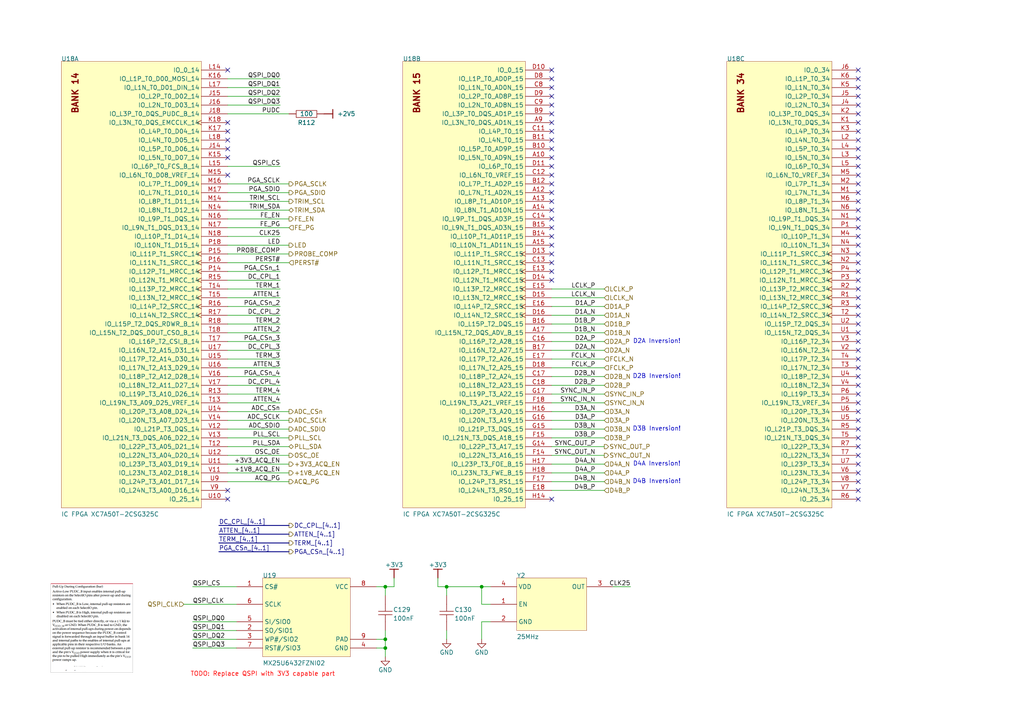
<source format=kicad_sch>
(kicad_sch (version 20241004) (generator "eeschema") (generator_version "8.99")
  (paper "A4")
  (title_block (title "ThunderScope") (rev "5") (company "EEVengers"))
  (text "D3B Inversion!" (at 190.5 124.46 0) (effects (font (size 1.27 1.27))))
  (text "D2A Inversion!" (at 190.5 99.06 0) (effects (font (size 1.27 1.27))))
  (text "D4A Inversion!" (at 190.5 134.62 0) (effects (font (size 1.27 1.27))))
  (text "D2B Inversion!" (at 190.5 109.22 0) (effects (font (size 1.27 1.27))))
  (text "TODO: Replace QSPI with 3V3 capable part" (at 76.2 195.58 0) (effects (font (size 1.27 1.27))))
  (text "D4B Inversion!" (at 190.5 139.7 0) (effects (font (size 1.27 1.27))))
  (junction (at 111.76 187.96))
  (junction (at 111.76 170.18))
  (junction (at 129.54 170.18))
  (junction (at 111.76 185.42))
  (junction (at 139.7 170.18))
  (no_connect (at 248.92 45.72))
  (no_connect (at 248.92 91.44))
  (no_connect (at 248.92 86.36))
  (no_connect (at 248.92 73.66))
  (no_connect (at 248.92 58.42))
  (no_connect (at 248.92 114.3))
  (no_connect (at 248.92 109.22))
  (no_connect (at 248.92 50.8))
  (no_connect (at 160.02 40.64))
  (no_connect (at 160.02 63.5))
  (no_connect (at 160.02 30.48))
  (no_connect (at 66.04 38.1))
  (no_connect (at 248.92 71.12))
  (no_connect (at 160.02 81.28))
  (no_connect (at 160.02 53.34))
  (no_connect (at 248.92 139.7))
  (no_connect (at 160.02 25.4))
  (no_connect (at 66.04 43.18))
  (no_connect (at 248.92 99.06))
  (no_connect (at 66.04 50.8))
  (no_connect (at 248.92 121.92))
  (no_connect (at 248.92 55.88))
  (no_connect (at 248.92 40.64))
  (no_connect (at 248.92 63.5))
  (no_connect (at 248.92 68.58))
  (no_connect (at 248.92 48.26))
  (no_connect (at 160.02 45.72))
  (no_connect (at 248.92 81.28))
  (no_connect (at 160.02 48.26))
  (no_connect (at 160.02 55.88))
  (no_connect (at 248.92 124.46))
  (no_connect (at 248.92 53.34))
  (no_connect (at 160.02 33.02))
  (no_connect (at 160.02 68.58))
  (no_connect (at 160.02 78.74))
  (no_connect (at 248.92 83.82))
  (no_connect (at 66.04 40.64))
  (no_connect (at 66.04 35.56))
  (no_connect (at 248.92 27.94))
  (no_connect (at 248.92 106.68))
  (no_connect (at 248.92 137.16))
  (no_connect (at 160.02 76.2))
  (no_connect (at 160.02 60.96))
  (no_connect (at 248.92 78.74))
  (no_connect (at 248.92 93.98))
  (no_connect (at 248.92 60.96))
  (no_connect (at 248.92 30.48))
  (no_connect (at 248.92 101.6))
  (no_connect (at 160.02 144.78))
  (no_connect (at 160.02 22.86))
  (no_connect (at 160.02 20.32))
  (no_connect (at 248.92 35.56))
  (no_connect (at 160.02 66.04))
  (no_connect (at 66.04 142.24))
  (no_connect (at 160.02 35.56))
  (no_connect (at 248.92 38.1))
  (no_connect (at 160.02 58.42))
  (no_connect (at 160.02 43.18))
  (no_connect (at 248.92 132.08))
  (no_connect (at 160.02 38.1))
  (no_connect (at 248.92 116.84))
  (no_connect (at 248.92 22.86))
  (no_connect (at 248.92 76.2))
  (no_connect (at 248.92 88.9))
  (no_connect (at 248.92 43.18))
  (no_connect (at 66.04 20.32))
  (no_connect (at 248.92 66.04))
  (no_connect (at 248.92 33.02))
  (no_connect (at 248.92 127))
  (no_connect (at 160.02 50.8))
  (no_connect (at 248.92 25.4))
  (no_connect (at 160.02 27.94))
  (no_connect (at 160.02 71.12))
  (no_connect (at 66.04 144.78))
  (no_connect (at 248.92 104.14))
  (no_connect (at 66.04 45.72))
  (no_connect (at 248.92 119.38))
  (no_connect (at 248.92 20.32))
  (no_connect (at 248.92 142.24))
  (no_connect (at 248.92 134.62))
  (no_connect (at 248.92 96.52))
  (no_connect (at 248.92 144.78))
  (no_connect (at 248.92 129.54))
  (no_connect (at 160.02 73.66))
  (no_connect (at 248.92 111.76))
  (wire (pts (xy 66.04 121.92) (xy 83.82 121.92)))
  (wire (pts (xy 66.04 129.54) (xy 83.82 129.54)))
  (wire (pts (xy 66.04 66.04) (xy 83.82 66.04)))
  (wire (pts (xy 66.04 78.74) (xy 81.28 78.74)))
  (wire (pts (xy 139.7 185.42) (xy 139.7 180.34)))
  (wire (pts (xy 175.26 109.22) (xy 160.02 109.22)))
  (wire (pts (xy 66.04 63.5) (xy 83.82 63.5)))
  (wire (pts (xy 175.26 142.24) (xy 160.02 142.24)))
  (wire (pts (xy 66.04 104.14) (xy 81.28 104.14)))
  (wire (pts (xy 55.88 182.88) (xy 68.58 182.88)))
  (wire (pts (xy 66.04 76.2) (xy 83.82 76.2)))
  (wire (pts (xy 175.26 104.14) (xy 160.02 104.14)))
  (wire (pts (xy 175.26 99.06) (xy 160.02 99.06)))
  (bus (pts (xy 83.82 152.4) (xy 63.5 152.4)) (stroke (width 0.254)))
  (wire (pts (xy 66.04 124.46) (xy 83.82 124.46)))
  (wire (pts (xy 139.7 170.18) (xy 129.54 170.18)))
  (wire (pts (xy 55.88 180.34) (xy 68.58 180.34)))
  (wire (pts (xy 66.04 111.76) (xy 81.28 111.76)))
  (wire (pts (xy 175.26 127) (xy 160.02 127)))
  (wire (pts (xy 175.26 91.44) (xy 160.02 91.44)))
  (wire (pts (xy 66.04 68.58) (xy 81.28 68.58)))
  (wire (pts (xy 66.04 116.84) (xy 81.28 116.84)))
  (wire (pts (xy 66.04 60.96) (xy 83.82 60.96)))
  (wire (pts (xy 127 170.18) (xy 129.54 170.18)))
  (wire (pts (xy 160.02 116.84) (xy 175.26 116.84)))
  (wire (pts (xy 66.04 55.88) (xy 83.82 55.88)))
  (wire (pts (xy 109.22 187.96) (xy 111.76 187.96)))
  (wire (pts (xy 66.04 58.42) (xy 83.82 58.42)))
  (wire (pts (xy 66.04 106.68) (xy 81.28 106.68)))
  (wire (pts (xy 66.04 101.6) (xy 81.28 101.6)))
  (wire (pts (xy 55.88 170.18) (xy 68.58 170.18)))
  (wire (pts (xy 139.7 180.34) (xy 142.24 180.34)))
  (wire (pts (xy 55.88 185.42) (xy 68.58 185.42)))
  (wire (pts (xy 175.26 88.9) (xy 160.02 88.9)))
  (wire (pts (xy 160.02 114.3) (xy 175.26 114.3)))
  (wire (pts (xy 127 167.64) (xy 127 170.18)))
  (wire (pts (xy 66.04 114.3) (xy 81.28 114.3)))
  (wire (pts (xy 66.04 119.38) (xy 83.82 119.38)))
  (wire (pts (xy 66.04 91.44) (xy 81.28 91.44)))
  (wire (pts (xy 66.04 99.06) (xy 81.28 99.06)))
  (wire (pts (xy 111.76 170.18) (xy 114.3 170.18)))
  (wire (pts (xy 66.04 96.52) (xy 81.28 96.52)))
  (bus (pts (xy 83.82 160.02) (xy 63.5 160.02)) (stroke (width 0.254)))
  (wire (pts (xy 66.04 109.22) (xy 81.28 109.22)))
  (wire (pts (xy 175.26 139.7) (xy 160.02 139.7)))
  (wire (pts (xy 177.8 170.18) (xy 182.88 170.18)))
  (wire (pts (xy 175.26 124.46) (xy 160.02 124.46)))
  (wire (pts (xy 111.76 182.88) (xy 111.76 185.42)))
  (wire (pts (xy 66.04 73.66) (xy 83.82 73.66)))
  (wire (pts (xy 175.26 106.68) (xy 160.02 106.68)))
  (wire (pts (xy 66.04 127) (xy 83.82 127)))
  (wire (pts (xy 66.04 88.9) (xy 81.28 88.9)))
  (wire (pts (xy 68.58 175.26) (xy 53.34 175.26)))
  (wire (pts (xy 109.22 185.42) (xy 111.76 185.42)))
  (wire (pts (xy 55.88 187.96) (xy 68.58 187.96)))
  (wire (pts (xy 129.54 185.42) (xy 129.54 182.88)))
  (wire (pts (xy 66.04 22.86) (xy 81.28 22.86)))
  (wire (pts (xy 142.24 170.18) (xy 139.7 170.18)))
  (wire (pts (xy 139.7 175.26) (xy 139.7 170.18)))
  (wire (pts (xy 175.26 101.6) (xy 160.02 101.6)))
  (wire (pts (xy 66.04 93.98) (xy 81.28 93.98)))
  (wire (pts (xy 66.04 33.02) (xy 83.82 33.02)))
  (wire (pts (xy 114.3 170.18) (xy 114.3 167.64)))
  (wire (pts (xy 111.76 185.42) (xy 111.76 187.96)))
  (wire (pts (xy 175.26 83.82) (xy 160.02 83.82)))
  (wire (pts (xy 175.26 119.38) (xy 160.02 119.38)))
  (wire (pts (xy 175.26 96.52) (xy 160.02 96.52)))
  (wire (pts (xy 175.26 86.36) (xy 160.02 86.36)))
  (wire (pts (xy 111.76 172.72) (xy 111.76 170.18)))
  (wire (pts (xy 66.04 132.08) (xy 83.82 132.08)))
  (wire (pts (xy 111.76 187.96) (xy 111.76 190.5)))
  (wire (pts (xy 175.26 134.62) (xy 160.02 134.62)))
  (wire (pts (xy 175.26 111.76) (xy 160.02 111.76)))
  (wire (pts (xy 66.04 71.12) (xy 83.82 71.12)))
  (wire (pts (xy 66.04 27.94) (xy 81.28 27.94)))
  (wire (pts (xy 160.02 129.54) (xy 175.26 129.54)))
  (bus (pts (xy 83.82 157.48) (xy 63.5 157.48)) (stroke (width 0.254)))
  (wire (pts (xy 175.26 137.16) (xy 160.02 137.16)))
  (wire (pts (xy 109.22 170.18) (xy 111.76 170.18)))
  (wire (pts (xy 66.04 137.16) (xy 83.82 137.16)))
  (wire (pts (xy 66.04 30.48) (xy 81.28 30.48)))
  (wire (pts (xy 66.04 53.34) (xy 83.82 53.34)))
  (wire (pts (xy 66.04 81.28) (xy 81.28 81.28)))
  (wire (pts (xy 66.04 139.7) (xy 83.82 139.7)))
  (wire (pts (xy 175.26 121.92) (xy 160.02 121.92)))
  (wire (pts (xy 66.04 25.4) (xy 81.28 25.4)))
  (wire (pts (xy 66.04 83.82) (xy 81.28 83.82)))
  (wire (pts (xy 160.02 132.08) (xy 175.26 132.08)))
  (wire (pts (xy 66.04 134.62) (xy 83.82 134.62)))
  (wire (pts (xy 142.24 175.26) (xy 139.7 175.26)))
  (wire (pts (xy 66.04 86.36) (xy 81.28 86.36)))
  (wire (pts (xy 175.26 93.98) (xy 160.02 93.98)))
  (wire (pts (xy 66.04 48.26) (xy 81.28 48.26)))
  (bus (pts (xy 83.82 154.94) (xy 63.5 154.94)) (stroke (width 0.254)))
  (wire (pts (xy 129.54 170.18) (xy 129.54 172.72)))
  (image (at 26.67 182.1757) (scale 0.21625))
  (label "D3B_P" (at 172.72 127 180))
  (label "ATTEN_2" (at 81.28 96.52 180))
  (label "+3V3_ACQ_EN" (at 81.28 134.62 180))
  (label "PUDC" (at 81.28 33.02 180))
  (label "CLK25" (at 81.28 68.58 180))
  (label "QSPI_CS" (at 81.28 48.26 180))
  (label "TRIM_SDA" (at 81.28 60.96 180))
  (label "ATTEN_3" (at 81.28 106.68 180))
  (label "QSPI_CLK" (at 55.88 175.26 0))
  (label "LED" (at 81.28 71.12 180))
  (label "DC_CPL_1" (at 81.28 81.28 180))
  (label "PGA_CSn_3" (at 81.28 99.06 180))
  (label "ATTEN_[4..1]" (at 63.5 154.94 0))
  (label "D4B_P" (at 172.72 142.24 180))
  (label "LCLK_P" (at 172.72 83.82 180))
  (label "TERM_[4..1]" (at 63.5 157.48 0))
  (label "QSPI_DQ0" (at 81.28 22.86 180))
  (label "D2B_P" (at 172.72 111.76 180))
  (label "D2A_P" (at 172.72 99.06 180))
  (label "PGA_CSn_2" (at 81.28 88.9 180))
  (label "TERM_4" (at 81.28 114.3 180))
  (label "QSPI_DQ3" (at 55.88 187.96 0))
  (label "QSPI_DQ1" (at 55.88 182.88 0))
  (label "TRIM_SCL" (at 81.28 58.42 180))
  (label "D3A_N" (at 172.72 119.38 180))
  (label "D4A_P" (at 172.72 137.16 180))
  (label "ADC_SDIO" (at 81.28 124.46 180))
  (label "D4A_N" (at 172.72 134.62 180))
  (label "SYNC_OUT_N" (at 172.72 132.08 180))
  (label "FCLK_P" (at 172.72 106.68 180))
  (label "DC_CPL_[4..1]" (at 63.5 152.4 0))
  (label "D3A_P" (at 172.72 121.92 180))
  (label "PGA_CSn_[4..1]" (at 63.5 160.02 0))
  (label "FCLK_N" (at 172.72 104.14 180))
  (label "TERM_1" (at 81.28 83.82 180))
  (label "SYNC_OUT_P" (at 172.72 129.54 180))
  (label "PERST#" (at 81.28 76.2 180))
  (label "TERM_3" (at 81.28 104.14 180))
  (label "D2A_N" (at 172.72 101.6 180))
  (label "QSPI_DQ1" (at 81.28 25.4 180))
  (label "D3B_N" (at 172.72 124.46 180))
  (label "SYNC_IN_P" (at 172.72 114.3 180))
  (label "ACQ_PG" (at 81.28 139.7 180))
  (label "DC_CPL_2" (at 81.28 91.44 180))
  (label "D1A_P" (at 172.72 88.9 180))
  (label "LCLK_N" (at 172.72 86.36 180))
  (label "TERM_2" (at 81.28 93.98 180))
  (label "PLL_SDA" (at 81.28 129.54 180))
  (label "ADC_CSn" (at 81.28 119.38 180))
  (label "ATTEN_4" (at 81.28 116.84 180))
  (label "ATTEN_1" (at 81.28 86.36 180))
  (label "FE_EN" (at 81.28 63.5 180))
  (label "DC_CPL_3" (at 81.28 101.6 180))
  (label "D4B_N" (at 172.72 139.7 180))
  (label "OSC_OE" (at 81.28 132.08 180))
  (label "QSPI_DQ2" (at 55.88 185.42 0))
  (label "DC_CPL_4" (at 81.28 111.76 180))
  (label "PGA_SDIO" (at 81.28 55.88 180))
  (label "PGA_SCLK" (at 81.28 53.34 180))
  (label "SYNC_IN_N" (at 172.72 116.84 180))
  (label "PROBE_COMP" (at 81.28 73.66 180))
  (label "PLL_SCL" (at 81.28 127 180))
  (label "QSPI_CS" (at 55.88 170.18 0))
  (label "D1A_N" (at 172.72 91.44 180))
  (label "D2B_N" (at 172.72 109.22 180))
  (label "D1B_N" (at 172.72 96.52 180))
  (label "PGA_CSn_1" (at 81.28 78.74 180))
  (label "D1B_P" (at 172.72 93.98 180))
  (label "FE_PG" (at 81.28 66.04 180))
  (label "QSPI_DQ2" (at 81.28 27.94 180))
  (label "QSPI_DQ0" (at 55.88 180.34 0))
  (label "PGA_CSn_4" (at 81.28 109.22 180))
  (label "ADC_SCLK" (at 81.28 121.92 180))
  (label "CLK25" (at 182.88 170.18 180))
  (label "QSPI_DQ3" (at 81.28 30.48 180))
  (label "+1V8_ACQ_EN" (at 81.28 137.16 180))
  (hierarchical_label "PROBE_COMP" (shape output) (at 83.82 73.66 0))
  (hierarchical_label "D3A_P" (shape input) (at 175.26 121.92 0))
  (hierarchical_label "LED" (shape output) (at 83.82 71.12 0))
  (hierarchical_label "TRIM_SDA" (shape bidirectional) (at 83.82 60.96 0))
  (hierarchical_label "D2B_N" (shape input) (at 175.26 109.22 0))
  (hierarchical_label "D1A_N" (shape input) (at 175.26 91.44 0))
  (hierarchical_label "PLL_SCL" (shape output) (at 83.82 127 0))
  (hierarchical_label "D4B_N" (shape input) (at 175.26 139.7 0))
  (hierarchical_label "ADC_CSn" (shape output) (at 83.82 119.38 0))
  (hierarchical_label "D2A_N" (shape input) (at 175.26 101.6 0))
  (hierarchical_label "QSPI_CLK" (shape input) (at 53.34 175.26 180))
  (hierarchical_label "FCLK_P" (shape input) (at 175.26 106.68 0))
  (hierarchical_label "D4B_P" (shape input) (at 175.26 142.24 0))
  (hierarchical_label "ADC_SCLK" (shape output) (at 83.82 121.92 0))
  (hierarchical_label "FCLK_N" (shape input) (at 175.26 104.14 0))
  (hierarchical_label "ADC_SDIO" (shape output) (at 83.82 124.46 0))
  (hierarchical_label "D1A_P" (shape input) (at 175.26 88.9 0))
  (hierarchical_label "PGA_SCLK" (shape output) (at 83.82 53.34 0))
  (hierarchical_label "SYNC_IN_N" (shape input) (at 175.26 116.84 0))
  (hierarchical_label "D3A_N" (shape input) (at 175.26 119.38 0))
  (hierarchical_label "D3B_N" (shape input) (at 175.26 124.46 0))
  (hierarchical_label "+3V3_ACQ_EN" (shape output) (at 83.82 134.62 0))
  (hierarchical_label "PGA_SDIO" (shape output) (at 83.82 55.88 0))
  (hierarchical_label "TRIM_SCL" (shape output) (at 83.82 58.42 0))
  (hierarchical_label "D4A_P" (shape input) (at 175.26 137.16 0))
  (hierarchical_label "D3B_P" (shape input) (at 175.26 127 0))
  (hierarchical_label "D4A_N" (shape input) (at 175.26 134.62 0))
  (hierarchical_label "SYNC_OUT_P" (shape output) (at 175.26 129.54 0))
  (hierarchical_label "PLL_SDA" (shape bidirectional) (at 83.82 129.54 0))
  (hierarchical_label "D2B_P" (shape input) (at 175.26 111.76 0))
  (hierarchical_label "FE_PG" (shape input) (at 83.82 66.04 0))
  (hierarchical_label "D1B_N" (shape input) (at 175.26 96.52 0))
  (hierarchical_label "D2A_P" (shape input) (at 175.26 99.06 0))
  (hierarchical_label "ATTEN_[4..1]" (shape output) (at 83.82 154.94 0))
  (hierarchical_label "TERM_[4..1]" (shape output) (at 83.82 157.48 0))
  (hierarchical_label "LCLK_P" (shape input) (at 175.26 83.82 0))
  (hierarchical_label "SYNC_IN_P" (shape input) (at 175.26 114.3 0))
  (hierarchical_label "PERST#" (shape input) (at 83.82 76.2 0))
  (hierarchical_label "+1V8_ACQ_EN" (shape output) (at 83.82 137.16 0))
  (hierarchical_label "SYNC_OUT_N" (shape output) (at 175.26 132.08 0))
  (hierarchical_label "DC_CPL_[4..1]" (shape output) (at 83.82 152.4 0))
  (hierarchical_label "OSC_OE" (shape output) (at 83.82 132.08 0))
  (hierarchical_label "FE_EN" (shape output) (at 83.82 63.5 0))
  (hierarchical_label "PGA_CSn_[4..1]" (shape output) (at 83.82 160.02 0))
  (hierarchical_label "LCLK_N" (shape input) (at 175.26 86.36 0))
  (hierarchical_label "ACQ_PG" (shape output) (at 83.82 139.7 0))
  (hierarchical_label "D1B_P" (shape input) (at 175.26 93.98 0))
  (symbol (lib_id "Thunderscope_Rev5:+3V3_IO_BAR") (at 114.3 167.64 180) (unit 1)
    (property "Reference" "#PWR0261" (effects (hide yes)))
    (property "Value" "+3V3" (at 114.3 163.83 0))
  )
  (symbol (lib_id "Thunderscope_Rev5:IC FPGA XC7A50T-2CSG325C") (at 116.84 17.78 0) (mirror y) (unit 2)
    (property "Reference" "U18" (at 116.84 17.78 0) (effects (justify right bottom)))
    (property "Value" "IC FPGA XC7A50T-2CSG325C" (at 116.84 149.86 0) (effects (justify right bottom)))
    (property "Footprint" "XILINX_XC7A50T-2CSG325C" (effects (hide yes)))
    (property "Description" "Artix-7 FPGA, 150 User I/Os, 4 GTP, 324-Ball BGA, Speed Grade 2, Commercial Grade, Pb-Free" (effects (hide yes)))
    (property "MANUFACTURER" "Xilinx" (effects (hide yes)))
    (property "HOUSE PART NUMBER" "XC7A50T-2CSG325C" (effects (hide yes)))
    (property "MANUFACTURER PART NUMBER" "XC7A50T-2CSG325C" (effects (hide yes)))
    (property "SUPPLIER 1" "Digi-Key" (effects (hide yes)))
    (property "SUPPLIER PART NUMBER 1" "122-2193-ND" (effects (hide yes)))
  )
  (symbol (lib_id "Thunderscope_Rev5:CAP 100nF 16V X7R 0402") (at 129.54 177.8 0) (unit 1)
    (property "Reference" "C130" (at 131.794 177.546 0) (effects (justify left bottom)))
    (property "Value" "${ALTIUM_VALUE}" (at 131.794 180.086 0) (effects (justify left bottom)))
    (property "Footprint" "GEN_C_0402" (effects (hide yes)))
    (property "PACKAGE" "0402" (effects (hide yes)))
    (property "VOLTAGE RATING" "16V" (effects (hide yes)))
    (property "SUPPLIER 1" "Mouser" (effects (hide yes)))
    (property "SUPPLIER PART NUMBER 1" "81-GCM155R71C104KA5D" (effects (hide yes)))
    (property "ALTIUM_VALUE" "100nF" (effects (hide yes)))
    (property "HOUSE PART NUMBER" "C-100nF-0402-002" (effects (hide yes)))
    (property "MANUFACTURER" "Murata" (effects (hide yes)))
    (property "MANUFACTURER PART NUMBER" "GCM155R71C104KA55D" (effects (hide yes)))
  )
  (symbol (lib_id "Thunderscope_Rev5:GND") (at 129.54 185.42 0) (unit 1)
    (property "Reference" "#PWR0499" (effects (hide yes)))
    (property "Value" "GND" (at 129.54 189.23 0))
    (property "Description" "Power symbol creates a global label with name \"GND\" , ground" (effects (hide yes)))
  )
  (symbol (lib_id "Thunderscope_Rev5:GND") (at 139.7 185.42 0) (unit 1)
    (property "Reference" "#PWR0500" (effects (hide yes)))
    (property "Value" "GND" (at 139.7 189.23 0))
    (property "Description" "Power symbol creates a global label with name \"GND\" , ground" (effects (hide yes)))
  )
  (symbol (lib_id "Thunderscope_Rev5:IC FPGA XC7A50T-2CSG325C") (at 17.78 17.78 0) (mirror y) (unit 1)
    (property "Reference" "U18" (at 17.78 17.78 0) (effects (justify right bottom)))
    (property "Value" "IC FPGA XC7A50T-2CSG325C" (at 17.78 149.86 0) (effects (justify right bottom)))
    (property "Footprint" "XILINX_XC7A50T-2CSG325C" (effects (hide yes)))
    (property "Description" "Artix-7 FPGA, 150 User I/Os, 4 GTP, 324-Ball BGA, Speed Grade 2, Commercial Grade, Pb-Free" (effects (hide yes)))
    (property "MANUFACTURER" "Xilinx" (effects (hide yes)))
    (property "HOUSE PART NUMBER" "XC7A50T-2CSG325C" (effects (hide yes)))
    (property "MANUFACTURER PART NUMBER" "XC7A50T-2CSG325C" (effects (hide yes)))
    (property "SUPPLIER 1" "Digi-Key" (effects (hide yes)))
    (property "SUPPLIER PART NUMBER 1" "122-2193-ND" (effects (hide yes)))
  )
  (symbol (lib_id "Thunderscope_Rev5:+2V5_BAR") (at 93.98 33.02 90) (unit 1)
    (property "Reference" "#PWR0502" (effects (hide yes)))
    (property "Value" "+2V5" (at 97.79 33.02 90) (effects (justify right)))
  )
  (symbol (lib_id "Thunderscope_Rev5:IC FPGA XC7A50T-2CSG325C") (at 210.82 17.78 0) (mirror y) (unit 3)
    (property "Reference" "U18" (at 210.82 17.78 0) (effects (justify right bottom)))
    (property "Value" "IC FPGA XC7A50T-2CSG325C" (at 210.82 149.86 0) (effects (justify right bottom)))
    (property "Footprint" "XILINX_XC7A50T-2CSG325C" (effects (hide yes)))
    (property "Description" "Artix-7 FPGA, 150 User I/Os, 4 GTP, 324-Ball BGA, Speed Grade 2, Commercial Grade, Pb-Free" (effects (hide yes)))
    (property "MANUFACTURER" "Xilinx" (effects (hide yes)))
    (property "HOUSE PART NUMBER" "XC7A50T-2CSG325C" (effects (hide yes)))
    (property "MANUFACTURER PART NUMBER" "XC7A50T-2CSG325C" (effects (hide yes)))
    (property "SUPPLIER 1" "Digi-Key" (effects (hide yes)))
    (property "SUPPLIER PART NUMBER 1" "122-2193-ND" (effects (hide yes)))
  )
  (symbol (lib_id "Thunderscope_Rev5:+3V3_IO_BAR") (at 127 167.64 180) (unit 1)
    (property "Reference" "#PWR0497" (effects (hide yes)))
    (property "Value" "+3V3" (at 127 163.83 0))
  )
  (symbol (lib_id "Thunderscope_Rev5:IC FLASH MX25U6432FZNI02") (at 88.9 177.8 0) (unit 1)
    (property "Reference" "U19" (at 76.2 167.64 0) (effects (justify left bottom)))
    (property "Value" "MX25U6432FZNI02" (at 76.2 193.04 0) (effects (justify left bottom)))
    (property "Footprint" "MX_WSON8" (effects (hide yes)))
    (property "SUPPLIER 1" "Digi-Key" (effects (hide yes)))
    (property "SUPPLIER PART NUMBER 1" "1092-MX25U6432FZNI02-ND" (effects (hide yes)))
    (property "HOUSE PART NUMBER" "MX25U6432FZNI02" (effects (hide yes)))
    (property "MANUFACTURER" "Macronix" (effects (hide yes)))
    (property "MANUFACTURER PART NUMBER" "MX25U6432FZNI02" (effects (hide yes)))
  )
  (symbol (lib_id "Thunderscope_Rev5:GND") (at 111.76 190.5 0) (unit 1)
    (property "Reference" "#PWR0498" (effects (hide yes)))
    (property "Value" "GND" (at 111.76 194.31 0))
    (property "Description" "Power symbol creates a global label with name \"GND\" , ground" (effects (hide yes)))
  )
  (symbol (lib_id "Thunderscope_Rev5:RES 100 OHM 1% 1/10W 0402") (at 88.9 33.02 0) (unit 1)
    (property "Reference" "R112" (at 88.9 35.56 0))
    (property "Value" "${ALTIUM_VALUE}" (at 88.9 33.02 0))
    (property "Footprint" "GEN_R_0402" (effects (hide yes)))
    (property "TOLERANCE" "1%" (effects (hide yes)))
    (property "PACKAGE" "0402" (effects (hide yes)))
    (property "ALTIUM_VALUE" "100" (effects (hide yes)))
    (property "SUPPLIER 1" "Mouser" (effects (hide yes)))
    (property "SUPPLIER PART NUMBER 1" "603-RC0402FR-07100RL" (effects (hide yes)))
    (property "MANUFACTURER" "Yageo" (effects (hide yes)))
    (property "MANUFACTURER PART NUMBER" "RC0402FR-07100RL" (effects (hide yes)))
  )
  (symbol (lib_id "Thunderscope_Rev5:CAP 100nF 16V X7R 0402") (at 111.76 177.8 0) (unit 1)
    (property "Reference" "C129" (at 114.014 177.546 0) (effects (justify left bottom)))
    (property "Value" "${ALTIUM_VALUE}" (at 114.014 180.086 0) (effects (justify left bottom)))
    (property "Footprint" "GEN_C_0402" (effects (hide yes)))
    (property "PACKAGE" "0402" (effects (hide yes)))
    (property "VOLTAGE RATING" "16V" (effects (hide yes)))
    (property "SUPPLIER 1" "Mouser" (effects (hide yes)))
    (property "SUPPLIER PART NUMBER 1" "81-GCM155R71C104KA5D" (effects (hide yes)))
    (property "ALTIUM_VALUE" "100nF" (effects (hide yes)))
    (property "HOUSE PART NUMBER" "C-100nF-0402-002" (effects (hide yes)))
    (property "MANUFACTURER" "Murata" (effects (hide yes)))
    (property "MANUFACTURER PART NUMBER" "GCM155R71C104KA55D" (effects (hide yes)))
  )
  (symbol (lib_id "Thunderscope_Rev5:OSC 25MHz ECS-TXO-2016") (at 160.02 175.26 0) (unit 1)
    (property "Reference" "Y2" (at 149.86 167.64 0) (effects (justify left bottom)))
    (property "Value" "25MHz" (at 149.86 185.42 0) (effects (justify left bottom)))
    (property "Footprint" "ECS_TXO-2016" (effects (hide yes)))
    (property "SUPPLIER 1" "Mouser" (effects (hide yes)))
    (property "SUPPLIER PART NUMBER 1" "520-TXO-2016-33-250T" (effects (hide yes)))
    (property "HOUSE PART NUMBER" "ECS-TXO-2016-33-250-TR" (effects (hide yes)))
    (property "MANUFACTURER" "ECS International" (effects (hide yes)))
    (property "MANUFACTURER PART NUMBER" "ECS-TXO-2016-33-250-TR" (effects (hide yes)))
  )
)
</source>
